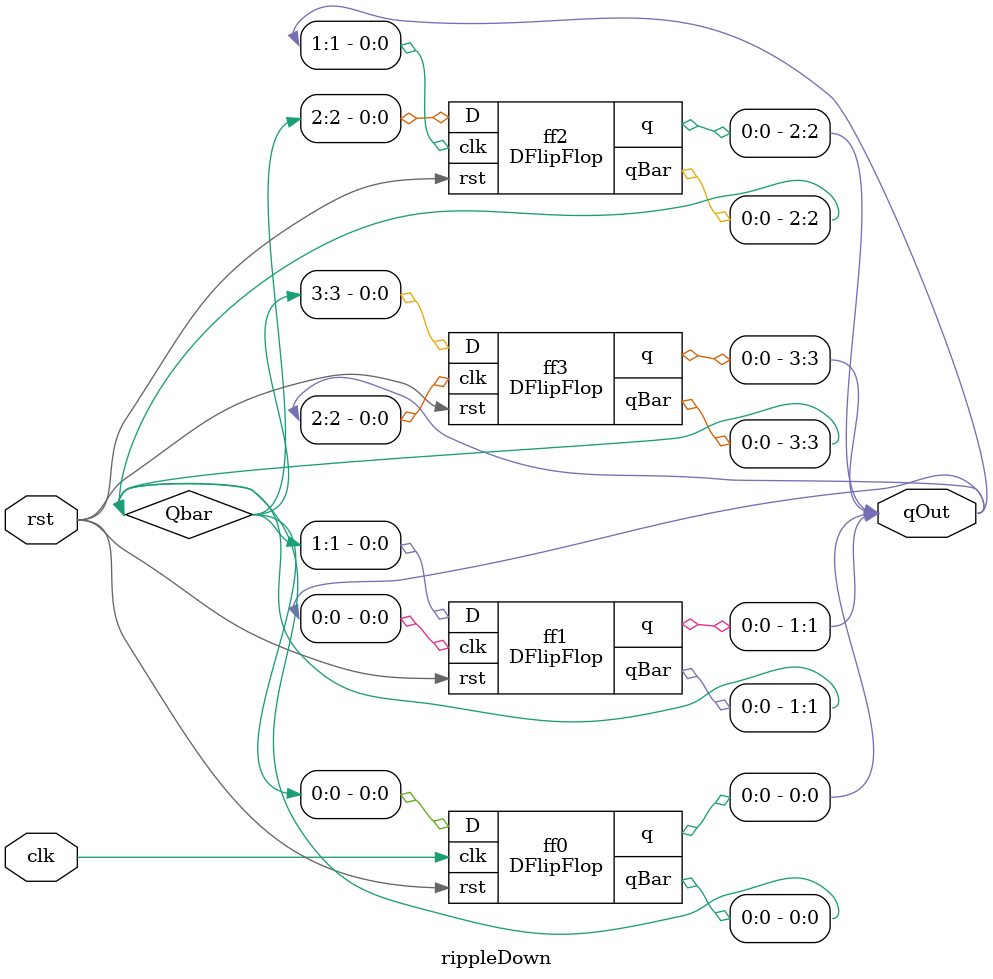
<source format=v>
module DFlipFlop(q, qBar, D, clk, rst);
	input D, clk, rst;
	output q, qBar;
	reg q;
	not n1 (qBar, q);
	always@ (negedge rst or posedge clk)
		begin
		if(!rst)
		q = 0;
		else
	q = D;
	end
endmodule

module rippleDown(qOut, clk, rst);

	input clk, rst;
	output [3:0] qOut;
	wire [3:0] Qbar;

	DFlipFlop ff0 (.q(qOut[0]), .qBar(Qbar[0]), .D(Qbar[0]), .clk(clk), .rst(rst));
	DFlipFlop ff1 (.q(qOut[1]), .qBar(Qbar[1]), .D(Qbar[1]), .clk(qOut[0]), .rst(rst));
	DFlipFlop ff2 (.q(qOut[2]), .qBar(Qbar[2]), .D(Qbar[2]), .clk(qOut[1]), .rst(rst));
	DFlipFlop ff3 (.q(qOut[3]), .qBar(Qbar[3]), .D(Qbar[3]), .clk(qOut[2]), .rst(rst));

endmodule

</source>
